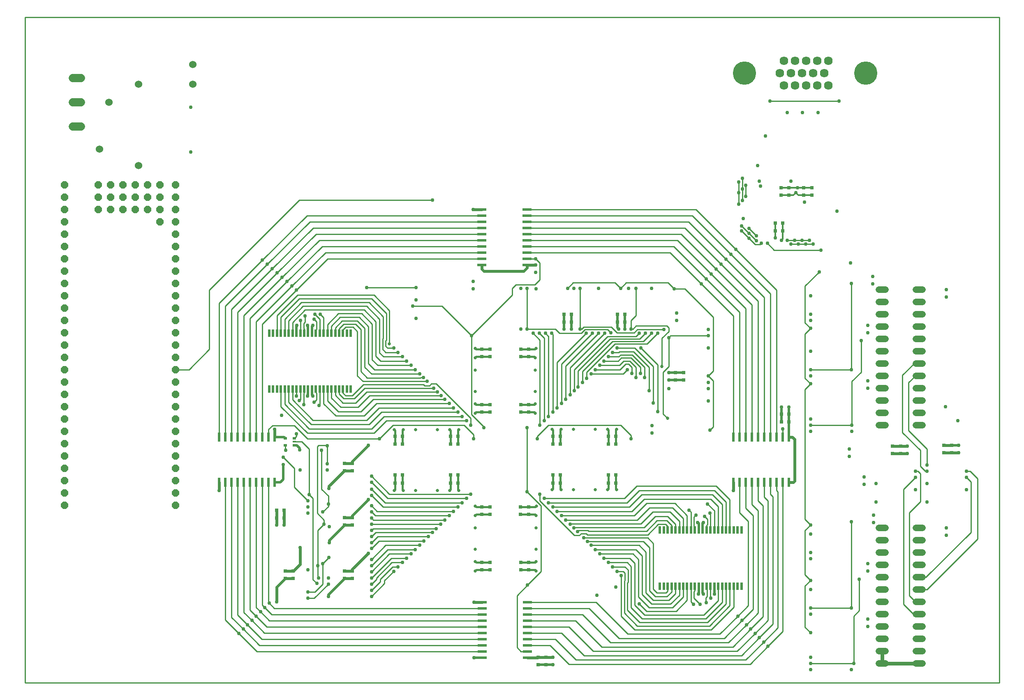
<source format=gbr>
G04 EAGLE Gerber RS-274X export*
G75*
%MOMM*%
%FSLAX34Y34*%
%LPD*%
%INBottom Copper*%
%IPPOS*%
%AMOC8*
5,1,8,0,0,1.08239X$1,22.5*%
G01*
%ADD10C,4.800600*%
%ADD11C,1.790700*%
%ADD12R,0.558800X1.981200*%
%ADD13R,1.981200X0.558800*%
%ADD14R,0.500000X1.500000*%
%ADD15R,0.800000X0.800000*%
%ADD16C,1.320800*%
%ADD17P,1.632244X8X112.500000*%
%ADD18P,1.632244X8X202.500000*%
%ADD19R,0.700000X0.600000*%
%ADD20R,0.700000X0.400000*%
%ADD21C,1.700000*%
%ADD22C,0.635000*%
%ADD23C,0.762000*%
%ADD24C,0.558800*%
%ADD25C,0.508000*%
%ADD26C,0.406400*%
%ADD27C,0.609600*%
%ADD28C,1.524000*%
%ADD29C,0.762000*%
%ADD30C,0.254000*%
%ADD31C,0.654800*%
%ADD32C,0.685800*%
%ADD33C,0.304800*%
%ADD34C,0.254000*%


D10*
X1731569Y1256030D03*
X1481531Y1256030D03*
D11*
X1654479Y1230620D03*
X1631568Y1230620D03*
X1608658Y1230620D03*
X1585747Y1230620D03*
X1562836Y1230620D03*
X1646021Y1256030D03*
X1623110Y1256030D03*
X1600200Y1256030D03*
X1577289Y1256030D03*
X1554378Y1256030D03*
X1654479Y1281441D03*
X1631568Y1281441D03*
X1608658Y1281441D03*
X1585747Y1281441D03*
X1562836Y1281441D03*
D12*
X514350Y413004D03*
X501650Y413004D03*
X488950Y413004D03*
X476250Y413004D03*
X463550Y413004D03*
X450850Y413004D03*
X438150Y413004D03*
X425450Y413004D03*
X412750Y413004D03*
X400050Y413004D03*
X400050Y506476D03*
X412750Y506476D03*
X425450Y506476D03*
X438150Y506476D03*
X450850Y506476D03*
X463550Y506476D03*
X476250Y506476D03*
X488950Y506476D03*
X501650Y506476D03*
X514350Y506476D03*
D13*
X941578Y51562D03*
X941578Y64262D03*
X941578Y76962D03*
X941578Y89662D03*
X941578Y102362D03*
X941578Y115062D03*
X941578Y127762D03*
X941578Y140462D03*
X941578Y153162D03*
X941578Y165862D03*
X1035050Y165862D03*
X1035050Y153162D03*
X1035050Y140462D03*
X1035050Y127762D03*
X1035050Y115062D03*
X1035050Y102362D03*
X1035050Y89662D03*
X1035050Y76962D03*
X1035050Y64262D03*
X1035050Y51562D03*
X940562Y861314D03*
X940562Y874014D03*
X940562Y886714D03*
X940562Y899414D03*
X940562Y912114D03*
X940562Y924814D03*
X940562Y937514D03*
X940562Y950214D03*
X940562Y962914D03*
X940562Y975614D03*
X1034034Y975614D03*
X1034034Y962914D03*
X1034034Y950214D03*
X1034034Y937514D03*
X1034034Y924814D03*
X1034034Y912114D03*
X1034034Y899414D03*
X1034034Y886714D03*
X1034034Y874014D03*
X1034034Y861314D03*
D12*
X1573530Y413004D03*
X1560830Y413004D03*
X1548130Y413004D03*
X1535430Y413004D03*
X1522730Y413004D03*
X1510030Y413004D03*
X1497330Y413004D03*
X1484630Y413004D03*
X1471930Y413004D03*
X1459230Y413004D03*
X1459230Y506476D03*
X1471930Y506476D03*
X1484630Y506476D03*
X1497330Y506476D03*
X1510030Y506476D03*
X1522730Y506476D03*
X1535430Y506476D03*
X1548130Y506476D03*
X1560830Y506476D03*
X1573530Y506476D03*
D14*
X502994Y720458D03*
X510994Y720458D03*
X518994Y720458D03*
X526994Y720458D03*
X534994Y720458D03*
X542994Y720458D03*
X550994Y720458D03*
X558994Y720458D03*
X566994Y720458D03*
X574994Y720458D03*
X582994Y720458D03*
X590994Y720458D03*
X598994Y720458D03*
X606994Y720458D03*
X614994Y720458D03*
X622994Y720458D03*
X630994Y720458D03*
X638994Y720458D03*
X646994Y720458D03*
X654994Y720458D03*
X662994Y720458D03*
X670994Y720458D03*
X670994Y604914D03*
X662994Y604914D03*
X654994Y604914D03*
X646994Y604914D03*
X638994Y604914D03*
X630994Y604914D03*
X622994Y604914D03*
X614994Y604914D03*
X606994Y604914D03*
X598994Y604914D03*
X590994Y604914D03*
X582994Y604914D03*
X574994Y604914D03*
X566994Y604914D03*
X558994Y604914D03*
X550994Y604914D03*
X542994Y604914D03*
X534994Y604914D03*
X526994Y604914D03*
X518994Y604914D03*
X510994Y604914D03*
X502994Y604914D03*
X1475666Y199022D03*
X1467666Y199022D03*
X1459666Y199022D03*
X1451666Y199022D03*
X1443666Y199022D03*
X1435666Y199022D03*
X1427666Y199022D03*
X1419666Y199022D03*
X1411666Y199022D03*
X1403666Y199022D03*
X1395666Y199022D03*
X1387666Y199022D03*
X1379666Y199022D03*
X1371666Y199022D03*
X1363666Y199022D03*
X1355666Y199022D03*
X1347666Y199022D03*
X1339666Y199022D03*
X1331666Y199022D03*
X1323666Y199022D03*
X1315666Y199022D03*
X1307666Y199022D03*
X1307666Y314566D03*
X1315666Y314566D03*
X1323666Y314566D03*
X1331666Y314566D03*
X1339666Y314566D03*
X1347666Y314566D03*
X1355666Y314566D03*
X1363666Y314566D03*
X1371666Y314566D03*
X1379666Y314566D03*
X1387666Y314566D03*
X1395666Y314566D03*
X1403666Y314566D03*
X1411666Y314566D03*
X1419666Y314566D03*
X1427666Y314566D03*
X1435666Y314566D03*
X1443666Y314566D03*
X1451666Y314566D03*
X1459666Y314566D03*
X1467666Y314566D03*
X1475666Y314566D03*
D15*
X762000Y508000D03*
X777240Y508000D03*
X762000Y491490D03*
X777240Y491490D03*
X891540Y508000D03*
X876300Y508000D03*
X891540Y491490D03*
X876300Y491490D03*
X762000Y411480D03*
X777240Y411480D03*
X762000Y427990D03*
X777240Y427990D03*
X891540Y411480D03*
X876300Y411480D03*
X891540Y427990D03*
X876300Y427990D03*
X1037590Y687070D03*
X1037590Y671830D03*
X1021080Y687070D03*
X1021080Y671830D03*
X941070Y557530D03*
X941070Y572770D03*
X957580Y557530D03*
X957580Y572770D03*
X941070Y687070D03*
X941070Y671830D03*
X957580Y687070D03*
X957580Y671830D03*
X1037590Y557530D03*
X1037590Y572770D03*
X1021080Y557530D03*
X1021080Y572770D03*
X1037082Y361950D03*
X1037082Y346710D03*
X1020572Y361950D03*
X1020572Y346710D03*
X1037590Y232410D03*
X1037590Y247650D03*
X1021080Y232410D03*
X1021080Y247650D03*
X941070Y361950D03*
X941070Y346710D03*
X957580Y361950D03*
X957580Y346710D03*
X941070Y232410D03*
X941070Y247650D03*
X957580Y232410D03*
X957580Y247650D03*
X1087120Y508000D03*
X1102360Y508000D03*
X1087120Y491490D03*
X1102360Y491490D03*
X1216660Y508000D03*
X1201420Y508000D03*
X1216660Y491490D03*
X1201420Y491490D03*
X1087120Y427990D03*
X1102360Y427990D03*
X1087120Y411480D03*
X1102360Y411480D03*
X1216660Y411480D03*
X1201420Y411480D03*
X1216660Y427990D03*
X1201420Y427990D03*
X552450Y214630D03*
X552450Y229870D03*
X535940Y214630D03*
X535940Y229870D03*
X657860Y229870D03*
X657860Y214630D03*
X674370Y229870D03*
X674370Y214630D03*
X657860Y340360D03*
X657860Y325120D03*
X674370Y340360D03*
X674370Y325120D03*
X657860Y452120D03*
X657860Y436880D03*
X674370Y452120D03*
X674370Y436880D03*
X1056640Y36830D03*
X1056640Y52070D03*
X1073150Y36830D03*
X1073150Y52070D03*
X1558290Y537210D03*
X1573530Y537210D03*
X1558290Y553720D03*
X1573530Y553720D03*
X1339850Y623570D03*
X1339850Y638810D03*
X1356360Y623570D03*
X1356360Y638810D03*
X1235710Y742950D03*
X1220470Y742950D03*
X1235710Y759460D03*
X1220470Y759460D03*
X1125220Y742950D03*
X1109980Y742950D03*
X1125220Y759460D03*
X1109980Y759460D03*
D16*
X1758696Y318770D02*
X1771904Y318770D01*
X1771904Y293370D02*
X1758696Y293370D01*
X1758696Y267970D02*
X1771904Y267970D01*
X1771904Y242570D02*
X1758696Y242570D01*
X1758696Y217170D02*
X1771904Y217170D01*
X1771904Y191770D02*
X1758696Y191770D01*
X1758696Y166370D02*
X1771904Y166370D01*
X1771904Y140970D02*
X1758696Y140970D01*
X1758696Y115570D02*
X1771904Y115570D01*
X1771904Y90170D02*
X1758696Y90170D01*
X1758696Y64770D02*
X1771904Y64770D01*
X1771904Y39370D02*
X1758696Y39370D01*
X1834896Y39370D02*
X1848104Y39370D01*
X1848104Y64770D02*
X1834896Y64770D01*
X1834896Y90170D02*
X1848104Y90170D01*
X1848104Y115570D02*
X1834896Y115570D01*
X1834896Y140970D02*
X1848104Y140970D01*
X1848104Y166370D02*
X1834896Y166370D01*
X1834896Y191770D02*
X1848104Y191770D01*
X1848104Y217170D02*
X1834896Y217170D01*
X1834896Y242570D02*
X1848104Y242570D01*
X1848104Y267970D02*
X1834896Y267970D01*
X1834896Y293370D02*
X1848104Y293370D01*
X1848104Y318770D02*
X1834896Y318770D01*
X1771904Y810260D02*
X1758696Y810260D01*
X1758696Y784860D02*
X1771904Y784860D01*
X1771904Y759460D02*
X1758696Y759460D01*
X1758696Y734060D02*
X1771904Y734060D01*
X1771904Y708660D02*
X1758696Y708660D01*
X1758696Y683260D02*
X1771904Y683260D01*
X1771904Y657860D02*
X1758696Y657860D01*
X1758696Y632460D02*
X1771904Y632460D01*
X1771904Y607060D02*
X1758696Y607060D01*
X1758696Y581660D02*
X1771904Y581660D01*
X1771904Y556260D02*
X1758696Y556260D01*
X1758696Y530860D02*
X1771904Y530860D01*
X1834896Y530860D02*
X1848104Y530860D01*
X1848104Y556260D02*
X1834896Y556260D01*
X1834896Y581660D02*
X1848104Y581660D01*
X1848104Y607060D02*
X1834896Y607060D01*
X1834896Y632460D02*
X1848104Y632460D01*
X1848104Y657860D02*
X1834896Y657860D01*
X1834896Y683260D02*
X1848104Y683260D01*
X1848104Y708660D02*
X1834896Y708660D01*
X1834896Y734060D02*
X1848104Y734060D01*
X1848104Y759460D02*
X1834896Y759460D01*
X1834896Y784860D02*
X1848104Y784860D01*
X1848104Y810260D02*
X1834896Y810260D01*
D15*
X1560830Y930910D03*
X1545590Y930910D03*
X1560830Y947420D03*
X1545590Y947420D03*
X1604010Y1019810D03*
X1604010Y1004570D03*
X1620520Y1019810D03*
X1620520Y1004570D03*
X1557020Y1019810D03*
X1557020Y1004570D03*
X1573530Y1019810D03*
X1573530Y1004570D03*
X1803400Y487680D03*
X1803400Y472440D03*
X1786890Y487680D03*
X1786890Y472440D03*
X1908810Y488950D03*
X1908810Y473710D03*
X1892300Y488950D03*
X1892300Y473710D03*
D17*
X309880Y365760D03*
X309880Y391160D03*
X309880Y416560D03*
X309880Y441960D03*
D18*
X309880Y467360D03*
D17*
X309880Y492760D03*
X309880Y518160D03*
X309880Y543560D03*
X309880Y568960D03*
X309880Y594360D03*
X309880Y619760D03*
X309880Y645160D03*
X309880Y670560D03*
X309880Y695960D03*
X309880Y721360D03*
X309880Y746760D03*
X309880Y772160D03*
X309880Y797560D03*
X309880Y822960D03*
X309880Y848360D03*
X309880Y873760D03*
X309880Y899160D03*
X309880Y924560D03*
X309880Y949960D03*
D18*
X309880Y975360D03*
D17*
X309880Y1000760D03*
X309880Y1026160D03*
X81280Y365760D03*
X81280Y391160D03*
X81280Y416560D03*
X81280Y441960D03*
D18*
X81280Y467360D03*
D17*
X81280Y492760D03*
X81280Y518160D03*
X81280Y543560D03*
X81280Y568960D03*
X81280Y594360D03*
X81280Y619760D03*
X81280Y645160D03*
X81280Y670560D03*
X81280Y695960D03*
X81280Y721360D03*
X81280Y746760D03*
X81280Y772160D03*
X81280Y797560D03*
X81280Y822960D03*
X81280Y848360D03*
X81280Y873760D03*
X81280Y899160D03*
X81280Y924560D03*
X81280Y949960D03*
D18*
X81280Y975360D03*
D17*
X81280Y1000760D03*
X81280Y1026160D03*
X278130Y949960D03*
X278130Y975360D03*
X278130Y1000760D03*
X278130Y1026160D03*
X252730Y975360D03*
X252730Y1000760D03*
X252730Y1026160D03*
X227330Y975360D03*
X227330Y1000760D03*
X227330Y1026160D03*
X201930Y975360D03*
X201930Y1000760D03*
X201930Y1026160D03*
X176530Y975360D03*
X176530Y1000760D03*
X176530Y1026160D03*
X151130Y975360D03*
X151130Y1000760D03*
X151130Y1026160D03*
D19*
X554830Y504070D03*
D20*
X554830Y496570D03*
D19*
X554830Y489070D03*
X536330Y489070D03*
X536330Y504070D03*
D15*
X533400Y339090D03*
X518160Y339090D03*
X533400Y355600D03*
X518160Y355600D03*
D21*
X115180Y1146340D02*
X98180Y1146340D01*
X98180Y1196340D02*
X115180Y1196340D01*
X115180Y1246340D02*
X98180Y1246340D01*
D22*
X893318Y396518D03*
X849122Y396264D03*
X1085342Y522200D03*
X1129538Y522200D03*
X1174242Y522200D03*
X1218438Y522200D03*
D23*
X706985Y266700D03*
X626261Y321310D03*
X706985Y377190D03*
X706985Y488950D03*
D22*
X927632Y230632D03*
X927632Y274828D03*
X927632Y319532D03*
X927632Y363728D03*
X760222Y396240D03*
X804418Y396240D03*
X1052806Y319532D03*
X1218438Y398042D03*
X1174242Y398042D03*
X1129538Y398042D03*
X1085342Y398042D03*
X1052830Y230632D03*
X1052830Y274828D03*
X927378Y555752D03*
X927124Y599948D03*
X760222Y521438D03*
X804418Y521438D03*
X849122Y521438D03*
X893318Y521438D03*
X927100Y688848D03*
X927100Y644652D03*
X1051028Y644652D03*
X1051028Y599948D03*
X1051028Y555752D03*
D23*
X1407160Y618490D03*
X1243330Y812800D03*
X1130300Y812800D03*
X1021080Y812800D03*
X1407160Y727710D03*
X1290320Y812800D03*
X1181100Y812800D03*
D24*
X941578Y165862D02*
X924560Y165862D01*
D23*
X924560Y165862D03*
X624840Y215900D03*
X582930Y232410D03*
X518160Y166370D03*
X622300Y438150D03*
D24*
X400050Y413004D02*
X400050Y396240D01*
D23*
X400050Y396240D03*
X1177798Y180594D03*
D25*
X582994Y591884D02*
X582994Y604914D01*
X582994Y591884D02*
X581660Y590550D01*
D23*
X581660Y590550D03*
D25*
X558994Y720458D02*
X558994Y735524D01*
X560070Y736600D01*
D23*
X560070Y736600D03*
D25*
X590994Y734504D02*
X590994Y720458D01*
X590994Y734504D02*
X593090Y736600D01*
D23*
X593090Y736600D03*
D24*
X1459230Y413004D02*
X1459230Y396240D01*
D23*
X1459230Y396240D03*
D24*
X940562Y975614D02*
X923290Y975614D01*
D23*
X923290Y975614D03*
D25*
X1395666Y328866D02*
X1395666Y314566D01*
X1395666Y328866D02*
X1397000Y330200D01*
X1387666Y199022D02*
X1387666Y183706D01*
X1386840Y182880D01*
D23*
X1386840Y182880D03*
X1397000Y330200D03*
D25*
X1419666Y199022D02*
X1419666Y183074D01*
X1419860Y182880D01*
D23*
X1419860Y182880D03*
D22*
X1052322Y689102D03*
D26*
X762000Y427990D02*
X762000Y411480D01*
X762000Y398018D01*
X760222Y396240D01*
X762000Y508000D02*
X762000Y519660D01*
X760222Y521438D01*
X762000Y508000D02*
X762000Y491490D01*
X891540Y508000D02*
X891540Y519660D01*
X893318Y521438D01*
X891540Y508000D02*
X891540Y491490D01*
X891540Y427990D02*
X891540Y411480D01*
X891540Y398296D01*
X893318Y396518D01*
D23*
X1617980Y26670D03*
X1617980Y52070D03*
X1617980Y140970D03*
X1617980Y191770D03*
X1617980Y255270D03*
X1617980Y306070D03*
X1617980Y518160D03*
X1617980Y746760D03*
X1617980Y797560D03*
X1697990Y481330D03*
X1728470Y408940D03*
X1858010Y372110D03*
X1752600Y372110D03*
X582930Y361950D03*
X565404Y479806D03*
X805180Y750570D03*
X1617980Y543560D03*
X1052830Y811530D03*
D26*
X1037590Y687070D02*
X1021080Y687070D01*
X1037590Y687070D02*
X1050290Y687070D01*
X1052322Y689102D01*
X957580Y687070D02*
X941070Y687070D01*
X928878Y687070D01*
X927100Y688848D01*
X941070Y557530D02*
X957580Y557530D01*
X941070Y557530D02*
X929156Y557530D01*
X927378Y555752D01*
X1021080Y557530D02*
X1037590Y557530D01*
X1049250Y557530D01*
X1051028Y555752D01*
D22*
X1053338Y364236D03*
D26*
X1037082Y361950D02*
X1020572Y361950D01*
X1051052Y361950D02*
X1053338Y364236D01*
X1037590Y232410D02*
X1021080Y232410D01*
X1037590Y232410D02*
X1051052Y232410D01*
X1052830Y230632D01*
X957580Y361950D02*
X941070Y361950D01*
X929410Y361950D01*
X927632Y363728D01*
X941070Y232410D02*
X957580Y232410D01*
X941070Y232410D02*
X929410Y232410D01*
X927632Y230632D01*
X1087120Y491490D02*
X1087120Y508000D01*
X1087120Y520422D01*
X1085342Y522200D01*
X1216660Y508000D02*
X1216660Y491490D01*
X1216660Y508000D02*
X1216660Y520422D01*
X1218438Y522200D01*
X1087120Y427990D02*
X1087120Y411480D01*
X1087120Y399820D01*
X1085342Y398042D01*
X1216660Y399820D02*
X1216660Y411480D01*
X1216660Y399820D02*
X1218438Y398042D01*
D23*
X528320Y551180D03*
X566166Y438658D03*
D27*
X552450Y214630D02*
X535940Y214630D01*
X518160Y196850D01*
X518160Y166370D01*
X674370Y234085D02*
X706985Y266700D01*
X674370Y344575D02*
X706985Y377190D01*
X674370Y344575D02*
X674370Y340360D01*
X657860Y340360D01*
X674370Y456335D02*
X706985Y488950D01*
X674370Y456335D02*
X674370Y452120D01*
X657860Y452120D01*
X657860Y229870D02*
X674370Y229870D01*
X674370Y234085D01*
D26*
X1216660Y411480D02*
X1216660Y427990D01*
D23*
X1617980Y683260D03*
X1291590Y514350D03*
D25*
X1339850Y623570D02*
X1356360Y623570D01*
X1235710Y742950D02*
X1235710Y759460D01*
X1125220Y759460D02*
X1125220Y742950D01*
D23*
X1617980Y632460D03*
X1672590Y971550D03*
D25*
X1558290Y553720D02*
X1558290Y537210D01*
D23*
X1558290Y567690D03*
X1700530Y864870D03*
D27*
X1786890Y487680D02*
X1803400Y487680D01*
X1892300Y488950D02*
X1908810Y488950D01*
D23*
X1922780Y488950D03*
X923290Y811530D03*
X1897380Y303530D03*
X1897380Y795020D03*
X1407160Y580390D03*
X1736090Y736600D03*
X1746250Y821690D03*
X1736090Y622300D03*
X1087120Y36830D03*
X1817370Y487680D03*
D27*
X1786890Y487680D01*
D23*
X1747520Y330200D03*
X1736090Y245110D03*
X1736090Y130810D03*
D28*
X233680Y1065530D03*
X153440Y1099820D03*
D25*
X1558290Y567690D02*
X1558290Y553720D01*
X1908810Y488950D02*
X1922780Y488950D01*
X1073150Y36830D02*
X1056640Y36830D01*
X1073150Y36830D02*
X1087120Y36830D01*
D26*
X1051052Y361950D02*
X1037082Y361950D01*
D27*
X533400Y355600D02*
X533400Y339090D01*
X533400Y325120D01*
D23*
X533400Y325120D03*
X1051560Y845820D03*
X1407160Y689610D03*
D29*
X1765300Y64770D02*
X1765300Y39370D01*
X1841500Y39370D01*
D25*
X1339850Y623570D02*
X1325880Y623570D01*
D23*
X1325880Y623570D03*
D25*
X1235710Y728980D02*
X1235710Y742950D01*
D23*
X1235710Y728980D03*
D25*
X1125220Y728980D02*
X1125220Y742950D01*
D23*
X1125220Y728980D03*
X1342390Y762000D03*
X341630Y1093470D03*
D25*
X554830Y489070D02*
X559950Y489070D01*
X565404Y483616D02*
X565404Y479806D01*
X565404Y483616D02*
X559950Y489070D01*
D23*
X1921510Y539750D03*
D30*
X518994Y720458D02*
X518994Y756484D01*
X750570Y767080D02*
X750570Y698500D01*
D31*
X750570Y698500D03*
D30*
X561340Y798830D02*
X518994Y756484D01*
X561340Y798830D02*
X718820Y798830D01*
X750570Y767080D01*
D23*
X759357Y689713D03*
D30*
X746657Y689713D01*
X742950Y693420D01*
X742950Y704850D02*
X744220Y706120D01*
X742950Y704850D02*
X742950Y693420D01*
X744220Y706120D02*
X744220Y760730D01*
X526994Y753054D02*
X526994Y720458D01*
X713740Y791210D02*
X744220Y760730D01*
X713740Y791210D02*
X565150Y791210D01*
X526994Y753054D01*
D23*
X768350Y680720D03*
D30*
X742950Y680720D01*
X736600Y687070D01*
X736600Y708660D01*
X737870Y709930D01*
X534994Y720458D02*
X534994Y749624D01*
X737870Y754380D02*
X737870Y709930D01*
X568960Y783590D02*
X534994Y749624D01*
X568960Y783590D02*
X708660Y783590D01*
X737870Y754380D01*
D23*
X777240Y671830D03*
D30*
X542994Y720458D02*
X542994Y746194D01*
X738378Y671830D02*
X777240Y671830D01*
X738378Y671830D02*
X730250Y679958D01*
X730250Y749300D01*
X703580Y775970D01*
X572770Y775970D01*
X542994Y746194D01*
D23*
X786130Y662940D03*
D30*
X732790Y662940D01*
X722630Y673100D01*
X722630Y744220D01*
X550994Y742764D02*
X550994Y720458D01*
X698500Y768350D02*
X722630Y744220D01*
X698500Y768350D02*
X576580Y768350D01*
X550994Y742764D01*
D23*
X795020Y654050D03*
D30*
X622994Y720458D02*
X622994Y738564D01*
X715010Y665480D02*
X726440Y654050D01*
X795020Y654050D01*
X645160Y760730D02*
X622994Y738564D01*
X645160Y760730D02*
X693420Y760730D01*
X715010Y739140D01*
X715010Y665480D01*
D23*
X803910Y645160D03*
D30*
X720090Y645160D01*
X707390Y657860D01*
X707390Y734060D01*
X688340Y753110D01*
X630994Y735134D02*
X630994Y720458D01*
X648970Y753110D02*
X688340Y753110D01*
X648970Y753110D02*
X630994Y735134D01*
D23*
X812800Y636270D03*
D30*
X638994Y720458D02*
X638994Y731704D01*
X652780Y745490D01*
X684530Y745490D01*
X699770Y730250D01*
X699770Y650240D01*
X713740Y636270D01*
X812800Y636270D01*
X812800Y636270D01*
D23*
X820420Y628650D03*
D30*
X646994Y720458D02*
X646994Y729544D01*
X814213Y628523D02*
X814340Y628650D01*
X820420Y628650D01*
X704977Y628523D02*
X692150Y641350D01*
X704977Y628523D02*
X814213Y628523D01*
X656590Y739140D02*
X646994Y729544D01*
X656590Y739140D02*
X680720Y739140D01*
X692150Y727710D01*
X692150Y641350D01*
D23*
X828040Y621030D03*
D30*
X695960Y621030D02*
X684530Y632460D01*
X684530Y723900D01*
X675640Y732790D01*
X660400Y732790D01*
X695960Y621030D02*
X828040Y621030D01*
X654994Y720458D02*
X654994Y727384D01*
X660400Y732790D01*
D23*
X842010Y607060D03*
D30*
X699770Y607060D01*
X646994Y604914D02*
X646994Y595066D01*
X678180Y585470D02*
X699770Y607060D01*
X678180Y585470D02*
X656590Y585470D01*
X646994Y595066D01*
D23*
X849630Y599440D03*
D30*
X703580Y599440D01*
X680720Y576580D01*
X654858Y576580D01*
X638994Y592444D01*
X638994Y592444D01*
X638994Y604914D01*
D23*
X857250Y591820D03*
D30*
X709930Y591820D01*
X685800Y567690D01*
X650240Y567690D01*
X630994Y586936D02*
X630994Y604914D01*
X630994Y586936D02*
X650240Y567690D01*
D23*
X864870Y584200D03*
D30*
X717550Y584200D01*
X692150Y558800D01*
X645160Y558800D01*
X622994Y580966D02*
X622994Y604914D01*
X622994Y580966D02*
X645160Y558800D01*
D23*
X873760Y575310D03*
D30*
X723900Y575310D01*
X698500Y549910D01*
X640080Y549910D01*
X614994Y574996D02*
X614994Y604914D01*
X614994Y574996D02*
X640080Y549910D01*
D23*
X882650Y566420D03*
D30*
X728980Y566420D01*
X703580Y541020D01*
X593090Y541020D01*
X550994Y583116D02*
X550994Y604914D01*
X550994Y583116D02*
X593090Y541020D01*
D23*
X891540Y557530D03*
D30*
X734060Y557530D01*
X708660Y532130D01*
X589280Y532130D01*
X542994Y578416D02*
X542994Y604914D01*
X542994Y578416D02*
X589280Y532130D01*
D23*
X900339Y548731D03*
D30*
X534994Y573716D02*
X534994Y604914D01*
X534994Y573716D02*
X585470Y523240D01*
X739231Y548731D02*
X900339Y548731D01*
X739231Y548731D02*
X713740Y523240D01*
X585470Y523240D01*
D23*
X909320Y539750D03*
D30*
X744220Y539750D01*
X718820Y514350D01*
X581660Y514350D01*
X526994Y569016D02*
X526994Y604914D01*
X526994Y569016D02*
X581660Y514350D01*
D23*
X1228090Y220980D03*
D30*
X1459666Y199022D02*
X1459666Y155376D01*
X1413510Y109220D01*
X1256030Y109220D01*
X1228090Y137160D01*
X1228090Y220980D01*
X1228090Y220980D01*
D23*
X1219303Y229767D03*
D30*
X1232003Y229767D01*
X1235710Y226060D01*
X1235710Y210820D02*
X1234440Y209550D01*
X1235710Y210820D02*
X1235710Y226060D01*
X1234440Y209550D02*
X1234440Y143510D01*
X1451666Y158806D02*
X1451666Y199022D01*
X1261110Y116840D02*
X1234440Y143510D01*
X1261110Y116840D02*
X1409700Y116840D01*
X1451666Y158806D01*
D23*
X1210310Y238760D03*
D30*
X1235710Y238760D01*
X1242060Y232410D01*
X1242060Y207010D01*
X1240790Y205740D01*
X1443666Y199022D02*
X1443666Y162236D01*
X1240790Y149860D02*
X1240790Y205740D01*
X1405890Y124460D02*
X1443666Y162236D01*
X1405890Y124460D02*
X1266190Y124460D01*
X1240790Y149860D01*
D23*
X1201420Y247650D03*
D30*
X1240282Y247650D01*
X1248410Y239522D01*
X1248410Y154940D01*
X1271270Y132080D01*
X1402080Y132080D01*
X1435666Y165666D01*
X1435666Y199022D01*
X1435666Y199022D01*
D23*
X1192530Y256540D03*
D30*
X1245870Y256540D01*
X1256030Y246380D01*
X1256030Y160020D01*
X1427666Y169096D02*
X1427666Y199022D01*
X1276350Y139700D02*
X1256030Y160020D01*
X1276350Y139700D02*
X1398270Y139700D01*
X1427666Y169096D01*
D23*
X1183640Y265430D03*
D30*
X1355666Y199022D02*
X1355666Y177106D01*
X1263650Y254000D02*
X1252220Y265430D01*
X1183640Y265430D01*
X1333500Y154940D02*
X1355666Y177106D01*
X1333500Y154940D02*
X1285240Y154940D01*
X1263650Y176530D01*
X1263650Y254000D01*
D23*
X1174750Y274320D03*
D30*
X1258570Y274320D01*
X1271270Y261620D01*
X1271270Y181610D01*
X1290320Y162560D01*
X1347666Y180536D02*
X1347666Y199022D01*
X1329690Y162560D02*
X1290320Y162560D01*
X1329690Y162560D02*
X1347666Y180536D01*
D23*
X1165860Y283210D03*
D30*
X1339666Y199022D02*
X1339666Y183966D01*
X1325880Y170180D01*
X1294130Y170180D01*
X1278890Y185420D01*
X1278890Y269240D01*
X1264920Y283210D01*
X1165860Y283210D01*
X1165860Y283210D01*
D23*
X1158240Y290830D03*
D30*
X1331666Y199022D02*
X1331666Y187396D01*
X1273683Y290957D02*
X1158367Y290957D01*
X1158240Y290830D01*
X1273683Y290957D02*
X1286510Y278130D01*
X1331666Y187396D02*
X1322070Y177800D01*
X1297940Y177800D01*
X1286510Y189230D01*
X1286510Y278130D01*
D23*
X1150620Y298450D03*
D30*
X1282700Y298450D02*
X1294130Y287020D01*
X1294130Y193040D01*
X1301750Y185420D01*
X1320292Y185420D01*
X1323666Y188794D01*
X1323666Y199022D01*
X1282700Y298450D02*
X1150620Y298450D01*
D23*
X1137920Y311150D03*
D30*
X1331666Y314566D02*
X1331666Y324414D01*
X1301750Y334010D02*
X1280160Y312420D01*
X1301750Y334010D02*
X1322070Y334010D01*
X1331666Y324414D01*
X1280160Y312420D02*
X1160780Y312420D01*
X1159510Y313690D01*
X1140460Y313690D01*
X1137920Y311150D01*
D23*
X1130300Y318770D03*
D30*
X1275080Y320040D02*
X1297940Y342900D01*
X1323802Y342900D02*
X1339666Y327036D01*
X1297940Y342900D02*
X1297940Y342900D01*
X1275080Y320040D02*
X1131570Y320040D01*
X1130300Y318770D01*
X1297940Y342900D02*
X1297940Y342900D01*
X1323802Y342900D01*
X1339666Y327036D02*
X1339666Y327036D01*
X1339666Y314566D01*
D23*
X1122680Y326390D03*
D30*
X1268730Y327660D02*
X1292860Y351790D01*
X1328420Y351790D01*
X1347666Y332544D02*
X1347666Y314566D01*
X1347666Y332544D02*
X1328420Y351790D01*
X1268730Y327660D02*
X1123950Y327660D01*
X1122680Y326390D01*
D23*
X1113790Y335280D03*
D30*
X1261110Y335280D01*
X1286510Y360680D01*
X1333500Y360680D01*
X1355666Y338514D02*
X1355666Y314566D01*
X1355666Y338514D02*
X1333500Y360680D01*
D23*
X1104900Y344170D03*
D30*
X1254760Y344170D01*
X1280160Y369570D01*
X1338580Y369570D01*
X1363666Y344484D02*
X1363666Y314566D01*
X1363666Y344484D02*
X1338580Y369570D01*
D23*
X1096010Y353060D03*
D30*
X1249680Y353060D01*
X1275080Y378460D01*
X1412240Y378460D01*
X1427666Y363034D02*
X1427666Y314566D01*
X1427666Y363034D02*
X1412240Y378460D01*
D23*
X1087120Y361950D03*
D30*
X1244600Y361950D01*
X1270000Y387350D01*
X1416050Y387350D01*
X1435666Y367734D01*
X1435666Y314566D01*
D23*
X1078321Y370749D03*
D30*
X1419860Y396240D02*
X1443666Y372434D01*
X1239429Y370749D02*
X1078321Y370749D01*
X1239429Y370749D02*
X1264920Y396240D01*
X1443666Y372434D02*
X1443666Y314566D01*
X1419860Y396240D02*
X1264920Y396240D01*
X1419860Y396240D02*
X1419860Y396240D01*
D23*
X1069340Y379730D03*
D30*
X1234440Y379730D01*
X1259840Y405130D01*
X1423670Y405130D01*
X1451666Y377134D01*
X1451666Y314566D01*
X1451666Y314566D01*
X1493520Y38100D02*
X1119886Y38100D01*
X1081024Y76962D01*
X1560830Y105410D02*
X1560830Y413004D01*
X1560830Y105410D02*
X1530350Y74930D01*
X1493520Y38100D01*
D23*
X1530350Y74930D03*
D30*
X1411666Y174564D02*
X1411666Y199022D01*
X1411666Y174564D02*
X1412240Y173990D01*
D23*
X1412240Y173990D03*
D30*
X1081024Y76962D02*
X1035050Y76962D01*
X1134872Y46990D02*
X1484630Y46990D01*
X1134872Y46990D02*
X1092200Y89662D01*
X1548130Y396494D02*
X1550670Y393954D01*
X1548130Y396494D02*
X1548130Y413004D01*
X1550670Y393954D02*
X1550670Y113030D01*
X1521460Y83820D02*
X1484630Y46990D01*
X1521460Y83820D02*
X1550670Y113030D01*
D23*
X1521460Y83820D03*
D30*
X1403666Y193994D02*
X1403666Y199022D01*
X1403666Y193994D02*
X1404620Y193040D01*
X1402080Y166370D02*
X1403350Y165100D01*
D23*
X1403350Y165100D03*
D30*
X1402080Y175260D02*
X1404620Y177800D01*
X1402080Y175260D02*
X1402080Y166370D01*
X1092200Y89662D02*
X1035050Y89662D01*
X1404620Y177800D02*
X1404620Y193040D01*
X1404620Y177800D02*
X1404620Y177800D01*
X1475740Y55880D02*
X1151382Y55880D01*
X1104900Y102362D01*
X1475740Y55880D02*
X1512570Y92710D01*
D23*
X1512570Y92710D03*
D30*
X1540510Y383540D02*
X1535430Y388620D01*
X1535430Y413004D01*
X1379666Y199022D02*
X1379666Y189676D01*
X1377950Y187960D01*
X1377950Y173990D01*
D23*
X1390650Y161290D03*
D30*
X1377950Y173990D01*
X1104900Y102362D02*
X1035050Y102362D01*
X1540510Y120650D02*
X1540510Y383540D01*
X1540510Y383540D01*
X1540510Y120650D02*
X1512570Y92710D01*
X1530350Y374904D02*
X1522730Y382524D01*
X1522730Y413004D01*
X1530350Y374904D02*
X1530350Y128270D01*
X1466850Y64770D02*
X1170432Y64770D01*
X1120140Y115062D01*
X1466850Y64770D02*
X1503680Y101600D01*
D23*
X1503680Y101600D03*
D30*
X1530350Y128270D01*
X1371666Y166304D02*
X1371666Y199022D01*
X1371666Y166304D02*
X1376680Y161290D01*
D23*
X1376680Y161290D03*
D30*
X1120140Y115062D02*
X1035050Y115062D01*
X1134110Y127762D02*
X1188212Y73660D01*
X1510030Y374904D02*
X1520190Y364744D01*
X1510030Y374904D02*
X1510030Y413004D01*
X1520190Y364744D02*
X1520190Y135890D01*
X1494790Y110490D01*
D23*
X1367790Y355600D03*
X1494790Y110490D03*
D30*
X1134110Y127762D02*
X1035050Y127762D01*
X1188212Y73660D02*
X1457960Y73660D01*
X1371666Y351724D02*
X1367790Y355600D01*
X1371666Y351724D02*
X1371666Y314566D01*
X1494790Y110490D02*
X1457960Y73660D01*
X1494790Y110490D02*
X1494790Y110490D01*
X1205992Y82550D02*
X1150366Y138176D01*
X1205992Y82550D02*
X1449070Y82550D01*
X1485900Y119380D02*
X1510030Y143510D01*
X1485900Y119380D02*
X1449070Y82550D01*
X1510030Y354584D02*
X1497330Y367284D01*
X1497330Y413004D01*
X1510030Y354584D02*
X1510030Y143510D01*
X1379666Y314566D02*
X1379666Y319594D01*
X1377950Y321310D01*
X1377950Y341630D02*
X1381760Y345440D01*
D23*
X1381760Y345440D03*
X1485900Y119380D03*
D30*
X1377950Y321310D02*
X1377950Y341630D01*
X1148080Y140462D02*
X1035050Y140462D01*
X1148080Y140462D02*
X1150366Y138176D01*
X1162050Y153162D02*
X1223772Y91440D01*
X1440180Y91440D01*
X1477010Y128270D02*
X1499870Y151130D01*
X1477010Y128270D02*
X1440180Y91440D01*
X1499870Y344424D02*
X1484630Y359664D01*
X1484630Y413004D01*
X1499870Y344424D02*
X1499870Y151130D01*
D23*
X1399540Y342900D03*
X1477010Y128270D03*
D30*
X1162050Y153162D02*
X1035050Y153162D01*
X1403666Y314566D02*
X1403666Y324166D01*
X1405890Y336550D02*
X1399540Y342900D01*
X1405890Y326390D02*
X1403666Y324166D01*
X1405890Y326390D02*
X1405890Y336550D01*
X1176020Y165862D02*
X1241552Y100330D01*
X1431290Y100330D01*
X1468120Y137160D02*
X1489710Y158750D01*
X1468120Y137160D02*
X1431290Y100330D01*
X1471930Y350520D02*
X1471930Y413004D01*
X1471930Y350520D02*
X1489710Y332740D01*
X1489710Y158750D01*
X1411666Y348554D02*
X1410970Y349250D01*
D23*
X1410970Y349250D03*
X1468120Y137160D03*
D30*
X1411666Y314566D02*
X1411666Y348554D01*
X1176020Y165862D02*
X1035050Y165862D01*
X400050Y506476D02*
X400050Y782320D01*
X580644Y962914D02*
X940562Y962914D01*
X580644Y962914D02*
X488950Y871220D01*
X400050Y782320D01*
X566994Y729554D02*
X566994Y720458D01*
X566994Y729554D02*
X567690Y730250D01*
D23*
X567690Y746760D03*
D30*
X567690Y730250D01*
D23*
X488950Y871220D03*
D30*
X586994Y950214D02*
X940562Y950214D01*
X586994Y950214D02*
X499110Y862330D01*
X412750Y775970D02*
X412750Y506476D01*
X412750Y775970D02*
X499110Y862330D01*
X576580Y742950D02*
X574040Y740410D01*
X576580Y742950D02*
X576580Y755650D01*
D23*
X576580Y755650D03*
X499110Y862330D03*
D30*
X574040Y740410D02*
X574040Y730250D01*
X574994Y729296D01*
X574994Y729296D01*
X574994Y720458D01*
X593344Y937514D02*
X940562Y937514D01*
X425450Y769620D02*
X425450Y506476D01*
X425450Y769620D02*
X509270Y853440D01*
X593344Y937514D01*
X598994Y725994D02*
X598994Y720458D01*
X598994Y725994D02*
X600710Y727710D01*
X600710Y744220D02*
X595630Y749300D01*
D23*
X595630Y749300D03*
D30*
X600710Y744220D02*
X600710Y727710D01*
D23*
X509270Y853440D03*
D30*
X599694Y924814D02*
X940562Y924814D01*
X519430Y844550D02*
X438150Y763270D01*
X438150Y506476D01*
X519430Y844550D02*
X599694Y924814D01*
X606994Y749366D02*
X606994Y720458D01*
X606994Y749366D02*
X596900Y759460D01*
D23*
X596900Y759460D03*
X519430Y844550D03*
D30*
X529590Y835660D02*
X450850Y756920D01*
X450850Y506476D01*
X606044Y912114D02*
X940562Y912114D01*
X606044Y912114D02*
X529590Y835660D01*
X606994Y604914D02*
X606994Y572704D01*
X605790Y571500D01*
D23*
X605790Y571500D03*
X529590Y835660D03*
D30*
X612394Y899414D02*
X940562Y899414D01*
X539750Y826770D02*
X463550Y750570D01*
X463550Y506476D01*
X539750Y826770D02*
X612394Y899414D01*
X598994Y598794D02*
X600710Y597078D01*
X598994Y598794D02*
X598994Y604914D01*
X600710Y597078D02*
X600710Y582930D01*
X595630Y577850D01*
D23*
X595630Y577850D03*
X539750Y826770D03*
D30*
X549910Y817880D02*
X476250Y744220D01*
X476250Y506476D01*
X618744Y886714D02*
X940562Y886714D01*
X618744Y886714D02*
X549910Y817880D01*
X574994Y604914D02*
X574994Y597524D01*
X574040Y596570D01*
D23*
X574040Y572770D03*
X549910Y817880D03*
D30*
X574040Y596570D02*
X574040Y572770D01*
X574040Y572770D01*
X488950Y506476D02*
X488950Y739140D01*
X558800Y808990D01*
X623570Y873760D01*
X940308Y873760D01*
X940562Y874014D01*
X566994Y604914D02*
X566994Y583504D01*
X565150Y581660D01*
D23*
X565150Y581660D03*
X558800Y808990D03*
D30*
X509420Y529740D02*
X501650Y521970D01*
X501650Y506476D01*
D23*
X730250Y502920D03*
D30*
X581660Y502920D01*
D23*
X1248410Y502920D03*
D30*
X1248410Y509270D01*
X1226820Y530860D01*
X1078230Y530860D01*
X1055370Y508000D02*
X1055370Y502920D01*
D23*
X1055370Y502920D03*
D30*
X1055370Y508000D02*
X1078230Y530860D01*
X924052Y511048D02*
X924052Y502920D01*
D23*
X924052Y502920D03*
D30*
X924052Y511048D02*
X904240Y530860D01*
X1419666Y354524D02*
X1419666Y314566D01*
X1419666Y354524D02*
X1405890Y368300D01*
D23*
X1405890Y368300D03*
X1560830Y523240D03*
D30*
X1560830Y506476D01*
X904240Y530860D02*
X758190Y530860D01*
X904240Y530860D02*
X904240Y530860D01*
X758190Y530860D02*
X730250Y502920D01*
X581660Y502920D02*
X554840Y529740D01*
X509420Y529740D01*
D23*
X558673Y590550D03*
X1035050Y201168D03*
X1033780Y393700D03*
D30*
X1062990Y364490D01*
X1033780Y393700D01*
X1033780Y525780D01*
X1033780Y393700D01*
D23*
X1033780Y525780D03*
X944880Y525780D03*
D30*
X919480Y552450D02*
X919480Y715010D01*
X944880Y527050D02*
X944880Y525780D01*
X944880Y527050D02*
X919480Y552450D01*
X1050290Y820420D02*
X1060450Y830580D01*
X1060450Y864870D01*
X1051560Y873760D01*
X1062990Y229108D02*
X1035050Y201168D01*
X858520Y775970D02*
X798830Y775970D01*
D23*
X798830Y775970D03*
D30*
X1021588Y64262D02*
X1035050Y64262D01*
X1013460Y179578D02*
X1035050Y201168D01*
X1013460Y72390D02*
X1021588Y64262D01*
X1013460Y72390D02*
X1013460Y179578D01*
X1062990Y229108D02*
X1062990Y364490D01*
X1062990Y229108D02*
X1062990Y229108D01*
D23*
X919480Y715010D03*
D30*
X858520Y775970D01*
D23*
X558800Y513080D03*
X1051560Y873760D03*
D30*
X1034288Y873760D01*
X1034034Y874014D01*
X1003300Y812800D02*
X1003300Y798830D01*
X1003300Y812800D02*
X1010920Y820420D01*
X1050290Y820420D01*
X1003300Y798830D02*
X919480Y715010D01*
X558800Y508040D02*
X554830Y504070D01*
X558800Y508040D02*
X558800Y513080D01*
X558673Y590550D02*
X558994Y590871D01*
X558994Y604914D01*
D23*
X918210Y530860D03*
D30*
X654994Y597226D02*
X654994Y604914D01*
X654994Y597226D02*
X660400Y591820D01*
X674370Y591820D01*
X697230Y614680D01*
X820420Y614680D02*
X822960Y612140D01*
X833120Y612140D01*
X836930Y615950D01*
X847090Y615950D01*
X820420Y614680D02*
X697230Y614680D01*
X847090Y615950D02*
X918210Y544830D01*
X918210Y530860D01*
D23*
X1060450Y388620D03*
D30*
X1323666Y322254D02*
X1323666Y314566D01*
X1323666Y322254D02*
X1319530Y326390D01*
X1304290Y326390D01*
X1282700Y304800D01*
X1158240Y304800D02*
X1155700Y307340D01*
X1145540Y307340D01*
X1141730Y303530D01*
X1131570Y303530D01*
X1158240Y304800D02*
X1282700Y304800D01*
X1131570Y303530D02*
X1060450Y374650D01*
X1060450Y388620D01*
D23*
X1635506Y846836D03*
D30*
X1606550Y817880D01*
X1606550Y741680D02*
X1617980Y730250D01*
D23*
X1617980Y730250D03*
D30*
X1606550Y741680D02*
X1606550Y817880D01*
X1617980Y730250D02*
X1606550Y718820D01*
X1606550Y627380D02*
X1617980Y615950D01*
D23*
X1617980Y615950D03*
D30*
X1606550Y627380D02*
X1606550Y718820D01*
X1617980Y615950D02*
X1606550Y604520D01*
X1606550Y336550D02*
X1617980Y325120D01*
D23*
X1617980Y325120D03*
D30*
X1606550Y336550D02*
X1606550Y604520D01*
X1617980Y325120D02*
X1606550Y313690D01*
X1606550Y222250D02*
X1617980Y210820D01*
D23*
X1617980Y210820D03*
D30*
X1606550Y222250D02*
X1606550Y313690D01*
X1617980Y210820D02*
X1606550Y199390D01*
X1606550Y114300D02*
X1617980Y102870D01*
D23*
X1617980Y102870D03*
D30*
X1606550Y114300D02*
X1606550Y199390D01*
D23*
X1117600Y812800D03*
D30*
X1129030Y824230D01*
X1215390Y824230D02*
X1226820Y812800D01*
D23*
X1226820Y812800D03*
D30*
X1215390Y824230D02*
X1129030Y824230D01*
X1226820Y812800D02*
X1238250Y824230D01*
X1324610Y824230D02*
X1337310Y811530D01*
D23*
X1337310Y811530D03*
D30*
X1324610Y824230D02*
X1238250Y824230D01*
X1337310Y811530D02*
X1358900Y811530D01*
X1417320Y753110D01*
X1417320Y642620D01*
X1407160Y632460D01*
D23*
X1407160Y632460D03*
D30*
X1417320Y622300D01*
D23*
X1410970Y520700D03*
D30*
X1417320Y527050D02*
X1417320Y622300D01*
X1417320Y527050D02*
X1410970Y520700D01*
D22*
X1104138Y522200D03*
X1199642Y522200D03*
X874522Y396518D03*
D23*
X624991Y177800D03*
D22*
X927632Y249428D03*
X927632Y344932D03*
X779018Y396240D03*
X1052552Y344932D03*
X1199642Y398042D03*
X1104138Y398042D03*
X1052830Y249428D03*
X927378Y574548D03*
X779018Y521438D03*
X874522Y521438D03*
X927100Y670052D03*
X1051028Y670052D03*
X1051028Y574548D03*
D23*
X1325880Y605790D03*
X1325880Y638810D03*
X1407160Y605790D03*
X1021080Y728980D03*
X1109980Y728980D03*
X1223010Y728980D03*
X566420Y278130D03*
X626364Y288290D03*
X626110Y400050D03*
D24*
X514350Y506476D02*
X514350Y521970D01*
D23*
X514350Y521970D03*
D25*
X590994Y592646D02*
X590994Y604914D01*
X590994Y592646D02*
X593090Y590550D01*
D23*
X593090Y590550D03*
D25*
X582994Y720458D02*
X582994Y735266D01*
X581660Y736600D01*
D23*
X581660Y736600D03*
D24*
X1573530Y506476D02*
X1580134Y506476D01*
X1584960Y501650D01*
X1584960Y415290D01*
X1582674Y413004D02*
X1573530Y413004D01*
X1582674Y413004D02*
X1584960Y415290D01*
D23*
X1051560Y861060D03*
D24*
X940562Y861314D02*
X940562Y852678D01*
X944880Y848360D01*
D25*
X1387666Y328104D02*
X1387666Y314566D01*
X1395666Y199022D02*
X1395666Y184214D01*
X1397000Y182880D01*
D23*
X1397000Y182880D03*
D25*
X1387666Y328104D02*
X1385570Y330200D01*
D23*
X1385570Y330200D03*
D26*
X777240Y411480D02*
X777240Y427990D01*
X777240Y411480D02*
X777240Y398018D01*
X779018Y396240D01*
X777240Y508000D02*
X777240Y519660D01*
X779018Y521438D01*
X777240Y508000D02*
X777240Y491490D01*
X876300Y491490D02*
X876300Y508000D01*
X876300Y519660D01*
X874522Y521438D01*
X876300Y427990D02*
X876300Y411480D01*
X876300Y398296D01*
X874522Y396518D01*
D23*
X1701800Y26670D03*
X1617980Y267970D03*
X1617980Y759460D03*
X1728470Y424180D03*
X1817370Y472440D03*
X1833880Y397510D03*
X1922780Y473710D03*
X582930Y349250D03*
X518160Y325120D03*
X1752600Y410210D03*
X1858010Y410210D03*
D26*
X1037590Y671830D02*
X1021080Y671830D01*
X1037590Y671830D02*
X1049250Y671830D01*
X1051028Y670052D01*
X957580Y671830D02*
X941070Y671830D01*
X928878Y671830D01*
X927100Y670052D01*
X927378Y574548D02*
X929156Y572770D01*
X941070Y572770D02*
X957580Y572770D01*
X941070Y572770D02*
X929156Y572770D01*
X1021080Y572770D02*
X1037590Y572770D01*
X1049250Y572770D01*
X1051028Y574548D01*
X1037082Y346710D02*
X1020572Y346710D01*
X1050774Y346710D02*
X1052552Y344932D01*
X1037590Y247650D02*
X1021080Y247650D01*
X1037590Y247650D02*
X1051052Y247650D01*
X1052830Y249428D01*
X957580Y346710D02*
X941070Y346710D01*
X929410Y346710D01*
X927632Y344932D01*
X941070Y247650D02*
X957580Y247650D01*
X941070Y247650D02*
X929410Y247650D01*
X927632Y249428D01*
X1102360Y491490D02*
X1102360Y508000D01*
X1102360Y520422D01*
X1104138Y522200D01*
X1201420Y508000D02*
X1201420Y491490D01*
X1201420Y508000D02*
X1201420Y520422D01*
X1199642Y522200D01*
X1102360Y427990D02*
X1102360Y411480D01*
X1102360Y399820D01*
X1104138Y398042D01*
X1201420Y411480D02*
X1201420Y427990D01*
X1201420Y411480D02*
X1201420Y399820D01*
X1199642Y398042D01*
D25*
X941578Y51562D02*
X924814Y51562D01*
D23*
X924814Y51562D03*
D27*
X566420Y243840D02*
X566420Y278130D01*
X566420Y243840D02*
X552450Y229870D01*
X535940Y229870D01*
X624991Y181761D02*
X624991Y177800D01*
X657860Y325120D02*
X674370Y325120D01*
X657860Y325120D02*
X626364Y293624D01*
X626364Y288290D01*
X657860Y436880D02*
X674370Y436880D01*
X657860Y436880D02*
X626110Y405130D01*
X626110Y400050D01*
X657860Y214630D02*
X674370Y214630D01*
X657860Y214630D02*
X624991Y181761D01*
D23*
X805180Y788670D03*
X1291590Y529590D03*
D25*
X1325880Y638810D02*
X1339850Y638810D01*
X1356360Y638810D01*
X1220470Y742950D02*
X1220470Y759460D01*
X1220470Y742950D02*
X1220470Y731520D01*
X1223010Y728980D01*
X1109980Y742950D02*
X1109980Y759460D01*
X1109980Y742950D02*
X1109980Y728980D01*
X1573530Y553720D02*
X1573530Y537210D01*
D27*
X1786890Y472440D02*
X1803400Y472440D01*
X1892300Y473710D02*
X1908810Y473710D01*
D23*
X923290Y826770D03*
X1897380Y318770D03*
X1897380Y810260D03*
X1573530Y567690D03*
X1703070Y518160D03*
X1736090Y721360D03*
X1746250Y836930D03*
X1736090Y607060D03*
D24*
X1056132Y51562D02*
X1035050Y51562D01*
X1056132Y51562D02*
X1056640Y52070D01*
D23*
X1087120Y52070D03*
X1747520Y345440D03*
X1736090Y229870D03*
X1736090Y115570D03*
D28*
X233680Y1233170D03*
X172720Y1196340D03*
D27*
X1908810Y473710D02*
X1922780Y473710D01*
X1817370Y472440D02*
X1803400Y472440D01*
D25*
X1573530Y553720D02*
X1573530Y567690D01*
X1573530Y537210D02*
X1573530Y506476D01*
D26*
X1050774Y346710D02*
X1037082Y346710D01*
D24*
X1056640Y52070D02*
X1073150Y52070D01*
X1087120Y52070D01*
D23*
X1939290Y397510D03*
X1697990Y466090D03*
D27*
X518160Y339090D02*
X518160Y325120D01*
X518160Y339090D02*
X518160Y355600D01*
D24*
X1034034Y861314D02*
X1051306Y861314D01*
X1051560Y861060D01*
D23*
X1342390Y746760D03*
D24*
X1034034Y854964D02*
X1034034Y861314D01*
X1034034Y854964D02*
X1027430Y848360D01*
X944880Y848360D01*
D23*
X341122Y1186180D03*
X1216660Y196850D03*
D25*
X536330Y504070D02*
X533924Y506476D01*
X514350Y506476D01*
D23*
X532130Y449580D03*
D25*
X532130Y419100D01*
X526034Y413004D01*
X514350Y413004D01*
D23*
X1896110Y568960D03*
X600964Y204470D03*
X585470Y387350D03*
D30*
X585470Y481330D01*
X570230Y496570D01*
X585470Y387350D02*
X593090Y379730D01*
X593090Y212344D01*
X600964Y204470D01*
X570230Y496570D02*
X554830Y496570D01*
X478028Y64262D02*
X941578Y64262D01*
X440690Y101600D02*
X412750Y129540D01*
X440690Y101600D02*
X478028Y64262D01*
X412750Y129540D02*
X412750Y413004D01*
D23*
X440690Y101600D03*
D30*
X449580Y110490D02*
X483108Y76962D01*
D23*
X449580Y110490D03*
D30*
X425450Y134620D01*
X425450Y413004D01*
X483108Y76962D02*
X941578Y76962D01*
D23*
X458470Y119380D03*
D30*
X488188Y89662D02*
X941578Y89662D01*
X941578Y89662D01*
X438150Y139700D02*
X438150Y413004D01*
X458470Y119380D02*
X488188Y89662D01*
X458470Y119380D02*
X438150Y139700D01*
X493268Y102362D02*
X941578Y102362D01*
X467360Y128270D02*
X450850Y144780D01*
X450850Y413004D01*
X467360Y128270D02*
X493268Y102362D01*
D23*
X467360Y128270D03*
D30*
X498348Y115062D02*
X941578Y115062D01*
X476250Y137160D02*
X463550Y149860D01*
X476250Y137160D02*
X498348Y115062D01*
D23*
X476250Y137160D03*
D30*
X463550Y149860D02*
X463550Y413004D01*
X476250Y154940D02*
X485140Y146050D01*
X503428Y127762D01*
D23*
X485140Y146050D03*
D30*
X476250Y154940D02*
X476250Y413004D01*
X503428Y127762D02*
X941578Y127762D01*
X941578Y140462D02*
X508508Y140462D01*
X494030Y154940D02*
X488950Y160020D01*
X494030Y154940D02*
X508508Y140462D01*
X488950Y160020D02*
X488950Y413004D01*
D23*
X494030Y154940D03*
D30*
X502920Y163830D02*
X513588Y153162D01*
X502920Y163830D02*
X501650Y165100D01*
X501650Y413004D01*
D23*
X502920Y163830D03*
D30*
X513588Y153162D02*
X941578Y153162D01*
D23*
X713740Y177800D03*
D30*
X740410Y210820D02*
X759357Y229767D01*
X740410Y210820D02*
X740410Y204470D01*
X713740Y177800D01*
D23*
X759357Y229767D03*
X713740Y190500D03*
X768350Y238760D03*
D30*
X731520Y208280D02*
X713740Y190500D01*
X731520Y208280D02*
X731520Y213360D01*
X756920Y238760D01*
X768350Y238760D01*
D23*
X713740Y203200D03*
X777240Y247650D03*
D30*
X723900Y215900D02*
X723900Y213360D01*
X713740Y203200D01*
X755650Y247650D02*
X777240Y247650D01*
X755650Y247650D02*
X723900Y215900D01*
D23*
X713740Y215900D03*
D30*
X754380Y256540D01*
D23*
X786130Y256540D03*
D30*
X754380Y256540D01*
D23*
X713740Y228600D03*
D30*
X750570Y265430D01*
X795020Y265430D01*
D23*
X795020Y265430D03*
X713740Y241300D03*
D30*
X746760Y274320D01*
X803910Y274320D01*
D23*
X803910Y274320D03*
X713740Y254000D03*
D30*
X742950Y283210D01*
X812800Y283210D01*
D23*
X812800Y283210D03*
X713740Y276860D03*
D30*
X728980Y292100D01*
X821690Y292100D01*
D23*
X821690Y292100D03*
X713740Y288290D03*
D30*
X726440Y300990D01*
X830580Y300990D01*
D23*
X830580Y300990D03*
X713740Y300990D03*
D30*
X722630Y309880D01*
X839470Y309880D01*
D23*
X839470Y309880D03*
X713740Y313690D03*
D30*
X717550Y317500D01*
X847090Y317500D01*
D23*
X847090Y317500D03*
X713740Y326390D03*
D30*
X855980Y326390D01*
D23*
X855980Y326390D03*
X713740Y339090D03*
D30*
X717550Y335280D01*
X864870Y335280D01*
D23*
X864870Y335280D03*
X713740Y351790D03*
D30*
X721360Y344170D02*
X873760Y344170D01*
X721360Y344170D02*
X713740Y351790D01*
D23*
X873760Y344170D03*
X713740Y364490D03*
X882650Y353060D03*
D30*
X725170Y353060D01*
X713740Y364490D01*
D23*
X713740Y386080D03*
D30*
X737870Y361950D02*
X891540Y361950D01*
X737870Y361950D02*
X713740Y386080D01*
D23*
X891540Y361950D03*
X713740Y398780D03*
X900339Y370749D03*
D30*
X741771Y370749D02*
X713740Y398780D01*
X741771Y370749D02*
X900339Y370749D01*
D23*
X713740Y412750D03*
D30*
X746760Y379730D02*
X909320Y379730D01*
D23*
X909320Y379730D03*
D30*
X746760Y379730D02*
X713740Y412750D01*
X613410Y245110D02*
X613410Y203200D01*
X613410Y245110D02*
X626110Y257810D01*
D23*
X626110Y257810D03*
X624840Y368300D03*
X613410Y245110D03*
D30*
X624840Y363220D02*
X624840Y368300D01*
X624840Y363220D02*
X613410Y351790D01*
D23*
X613410Y351790D03*
X610870Y478790D03*
D30*
X624840Y384810D02*
X624840Y368300D01*
X624840Y384810D02*
X610870Y398780D01*
D23*
X582930Y186690D03*
D30*
X596900Y186690D02*
X613410Y203200D01*
X596900Y186690D02*
X582930Y186690D01*
X610870Y398780D02*
X610870Y478790D01*
X610870Y478790D01*
X1034034Y975614D02*
X1381506Y975614D01*
X1548130Y808990D02*
X1548130Y506476D01*
X1548130Y808990D02*
X1464310Y892810D01*
X1381506Y975614D01*
D23*
X1464310Y892810D03*
X1569720Y911860D03*
X1584960Y911860D03*
D30*
X1569720Y911860D01*
D23*
X1600200Y911860D03*
X1615440Y911860D03*
D30*
X1600200Y911860D02*
X1584960Y911860D01*
X1600200Y911860D02*
X1615440Y911860D01*
X1535430Y801370D02*
X1535430Y506476D01*
X1373886Y962914D02*
X1034034Y962914D01*
X1454150Y882650D02*
X1535430Y801370D01*
X1454150Y882650D02*
X1373886Y962914D01*
D23*
X1454150Y882650D03*
X1577340Y904240D03*
X1592580Y904240D03*
X1607820Y904240D03*
X1623060Y904240D03*
D30*
X1607820Y904240D01*
X1592580Y904240D01*
X1577340Y904240D01*
X1366266Y950214D02*
X1034034Y950214D01*
X1522730Y793750D02*
X1522730Y506476D01*
X1522730Y793750D02*
X1443990Y872490D01*
X1366266Y950214D01*
D23*
X1490980Y935990D03*
X1506220Y920750D03*
X1443990Y872490D03*
D30*
X1506220Y920750D02*
X1490980Y935990D01*
X1510030Y786130D02*
X1510030Y506476D01*
X1358646Y937514D02*
X1034034Y937514D01*
X1433830Y862330D02*
X1510030Y786130D01*
X1433830Y862330D02*
X1358646Y937514D01*
D23*
X1506220Y910590D03*
X1490980Y925830D03*
X1475740Y941070D03*
D30*
X1490980Y925830D01*
X1506220Y910590D01*
D23*
X1433830Y862330D03*
D30*
X1351026Y924814D02*
X1034034Y924814D01*
X1497330Y778510D02*
X1497330Y506476D01*
X1497330Y778510D02*
X1423670Y852170D01*
X1351026Y924814D01*
D23*
X1516380Y905510D03*
X1490980Y915670D03*
X1475740Y930910D03*
D30*
X1490980Y915670D01*
X1513840Y902970D02*
X1516380Y905510D01*
X1513840Y902970D02*
X1503680Y902970D01*
X1490980Y915670D01*
D23*
X1423670Y852170D03*
D30*
X1484630Y770890D02*
X1484630Y506476D01*
X1343406Y912114D02*
X1034034Y912114D01*
X1413510Y842010D02*
X1484630Y770890D01*
X1413510Y842010D02*
X1343406Y912114D01*
D23*
X1484630Y1024890D03*
X1484630Y1002030D03*
D30*
X1484630Y1024890D01*
D23*
X1413510Y842010D03*
D30*
X1335786Y899414D02*
X1034034Y899414D01*
X1403350Y831850D02*
X1471930Y763270D01*
D23*
X1477518Y994156D03*
D30*
X1335786Y899414D02*
X1403350Y831850D01*
X1477518Y1017270D02*
X1477518Y1039876D01*
D23*
X1477518Y1039876D03*
X1477518Y1017270D03*
D30*
X1477518Y994156D01*
D23*
X1403350Y831850D03*
D30*
X1471930Y763270D02*
X1471930Y506476D01*
X1459230Y506476D02*
X1459230Y755650D01*
X1328166Y886714D02*
X1034034Y886714D01*
X1393190Y821690D02*
X1459230Y755650D01*
D23*
X1469898Y986536D03*
D30*
X1328166Y886714D02*
X1393190Y821690D01*
X1469898Y1009650D02*
X1469898Y1032256D01*
D23*
X1469898Y1032256D03*
D30*
X1469898Y1009650D02*
X1469898Y986536D01*
D23*
X1469898Y1009650D03*
X1393190Y821690D03*
X1639570Y891540D03*
D30*
X1543050Y891540D01*
X1529080Y905510D01*
D23*
X1529080Y905510D03*
X805180Y814070D03*
D30*
X703580Y814070D01*
D23*
X703580Y814070D03*
X1534160Y1198880D03*
D30*
X1676400Y1198880D01*
D23*
X1676400Y1198880D03*
D30*
X337820Y645160D02*
X309880Y645160D01*
X565150Y994410D02*
X839470Y994410D01*
D23*
X839470Y994410D03*
D30*
X379730Y687070D02*
X337820Y645160D01*
X379730Y687070D02*
X379730Y808990D01*
X565150Y994410D01*
X1858010Y191770D02*
X1962150Y295910D01*
X1962150Y420370D01*
X1858010Y191770D02*
X1841500Y191770D01*
X1841500Y191770D01*
D23*
X1939290Y435610D03*
D30*
X1946910Y435610D02*
X1962150Y420370D01*
X1946910Y435610D02*
X1939290Y435610D01*
D23*
X1833880Y422910D03*
D30*
X1809750Y398780D01*
X1809750Y161290D01*
X1830070Y140970D01*
X1841500Y140970D01*
D23*
X1833880Y435610D03*
D30*
X1838960Y435610D02*
X1844040Y430530D01*
X1838960Y435610D02*
X1833880Y435610D01*
X1844040Y430530D02*
X1844040Y373380D01*
X1821180Y350520D01*
X1821180Y179070D01*
X1833880Y166370D02*
X1841500Y166370D01*
X1833880Y166370D02*
X1821180Y179070D01*
X1833880Y166370D02*
X1833880Y166370D01*
D23*
X1060450Y530860D03*
X1046480Y720090D03*
D30*
X1060450Y706120D02*
X1060450Y530860D01*
X1060450Y706120D02*
X1046480Y720090D01*
D23*
X1069340Y539750D03*
X1059180Y720090D03*
D30*
X1069340Y709930D01*
X1069340Y539750D01*
D23*
X1078321Y548731D03*
X1071880Y720090D03*
D30*
X1078321Y713649D01*
X1078321Y548731D01*
D23*
X1087120Y557530D03*
X1084580Y720090D03*
D30*
X1087120Y717550D01*
X1087120Y557530D01*
D23*
X1096010Y566420D03*
X1155700Y720090D03*
D30*
X1096010Y660400D01*
X1096010Y566420D01*
D23*
X1104900Y575310D03*
X1168400Y720090D03*
D30*
X1104900Y656590D01*
X1104900Y575310D01*
D23*
X1113790Y584200D03*
X1181100Y720090D03*
D30*
X1113790Y652780D01*
X1113790Y584200D01*
D23*
X1122680Y593090D03*
X1193800Y720090D03*
D30*
X1122680Y648970D01*
X1122680Y593090D01*
D23*
X1131570Y601980D03*
X1264920Y720090D03*
D30*
X1258570Y713740D01*
X1200150Y713740D01*
X1131570Y645160D02*
X1131570Y601980D01*
X1131570Y645160D02*
X1200150Y713740D01*
D23*
X1139190Y609600D03*
X1277620Y720090D03*
D30*
X1266190Y708660D01*
X1139190Y642620D02*
X1139190Y609600D01*
X1205230Y708660D02*
X1266190Y708660D01*
X1205230Y708660D02*
X1139190Y642620D01*
D23*
X1148080Y618490D03*
X1290320Y720090D03*
D30*
X1273810Y703580D01*
X1210310Y703580D01*
X1148080Y641350D01*
X1148080Y618490D01*
X1148080Y618490D01*
D23*
X1156970Y627380D03*
X1303020Y720090D03*
D30*
X1281430Y698500D01*
X1156970Y640080D02*
X1156970Y627380D01*
X1215390Y698500D02*
X1281430Y698500D01*
X1215390Y698500D02*
X1156970Y640080D01*
D23*
X1165860Y636270D03*
X1240790Y645160D03*
D30*
X1231900Y636270D01*
X1165860Y636270D01*
D23*
X1174750Y645160D03*
X1249680Y637540D03*
D30*
X1225550Y645160D02*
X1174750Y645160D01*
X1225550Y645160D02*
X1236980Y656590D01*
X1243330Y656590D02*
X1249680Y650240D01*
X1249680Y637540D01*
X1243330Y656590D02*
X1236980Y656590D01*
D23*
X1183640Y654050D03*
X1258570Y628650D03*
D30*
X1233170Y662940D02*
X1224280Y654050D01*
X1183640Y654050D01*
X1233170Y662940D02*
X1245870Y662940D01*
X1258570Y650240D01*
X1258570Y628650D01*
D23*
X1192530Y662940D03*
X1267460Y637540D03*
D30*
X1228090Y669290D02*
X1221740Y662940D01*
X1192530Y662940D01*
X1248410Y669290D02*
X1267460Y650240D01*
X1267460Y637540D01*
X1248410Y669290D02*
X1228090Y669290D01*
D23*
X1201420Y671830D03*
X1276350Y628650D03*
D30*
X1276350Y650240D01*
X1250950Y675640D02*
X1226820Y675640D01*
X1223010Y671830D01*
X1201420Y671830D01*
X1250950Y675640D02*
X1276350Y650240D01*
D23*
X1210310Y680720D03*
D30*
X1223010Y680720D01*
X1224280Y681990D01*
X1253490Y681990D01*
X1285240Y650240D02*
X1285240Y601980D01*
D23*
X1285240Y601980D03*
D30*
X1285240Y650240D02*
X1253490Y681990D01*
D23*
X1219303Y689713D03*
D30*
X1255927Y689713D01*
X1294130Y651510D01*
X1294130Y576580D01*
D23*
X1294130Y576580D03*
X1268222Y690372D03*
D30*
X1303020Y655574D01*
X1303020Y558800D01*
D23*
X1303020Y558800D03*
X713740Y425450D03*
D30*
X750570Y388620D02*
X918210Y388620D01*
X750570Y388620D02*
X713740Y425450D01*
D23*
X918210Y388620D03*
X582930Y173990D03*
D30*
X595630Y173990D01*
X624840Y203200D01*
D23*
X624840Y203200D03*
X1407160Y715010D03*
D30*
X1329690Y715010D01*
X1325880Y711200D01*
D23*
X1325880Y711200D03*
D30*
X1325880Y651510D01*
X1314450Y640080D01*
X1314450Y553720D01*
X1323340Y544830D01*
D32*
X1323340Y544830D03*
D23*
X1258570Y812800D03*
D30*
X1258570Y756920D01*
X1248410Y746760D01*
X1248410Y728980D01*
D23*
X1248410Y728980D03*
D30*
X1252220Y728980D01*
D32*
X1311910Y651510D03*
D30*
X1252220Y728980D02*
X1258570Y735330D01*
X1322070Y735330D01*
X1325880Y731520D01*
X1325880Y723900D01*
X1311910Y709930D02*
X1311910Y651510D01*
X1311910Y709930D02*
X1325880Y723900D01*
D23*
X1143000Y812800D03*
D30*
X1143000Y728980D01*
D23*
X1143000Y728980D03*
X1315720Y727710D03*
D30*
X1261110Y727710D01*
X1254760Y721360D01*
X1219200Y721360D01*
X1207770Y732790D01*
X1146810Y728980D02*
X1143000Y728980D01*
X1146810Y728980D02*
X1150620Y732790D01*
X1207770Y732790D01*
D23*
X1206500Y721360D03*
D30*
X1200150Y727710D01*
X1153160Y727710D01*
X1145540Y720090D01*
X1101090Y720090D01*
X1092200Y728980D01*
X1033780Y728980D01*
D23*
X1033780Y728980D03*
D30*
X1033780Y812800D01*
D23*
X1033780Y812800D03*
X1617980Y645160D03*
D30*
X1701800Y645160D01*
D23*
X1701800Y645160D03*
D30*
X1701800Y822960D01*
D23*
X1701800Y822960D03*
X1617980Y530860D03*
X1703070Y530860D03*
D30*
X1703070Y621030D02*
X1722120Y640080D01*
X1703070Y621030D02*
X1703070Y530860D01*
D23*
X1722120Y704850D03*
D30*
X1722120Y640080D01*
X1703070Y530860D02*
X1617980Y530860D01*
D23*
X1617980Y153670D03*
D30*
X1701800Y153670D01*
D23*
X1701800Y153670D03*
D30*
X1701800Y331470D01*
D23*
X1701800Y331470D03*
X1706880Y39370D03*
D30*
X1706880Y137160D02*
X1718310Y148590D01*
X1706880Y137160D02*
X1706880Y39370D01*
D23*
X1718310Y213360D03*
D30*
X1718310Y148590D01*
D23*
X1617980Y39370D03*
D30*
X1706880Y39370D01*
X614994Y720458D02*
X614994Y752796D01*
X608330Y759460D01*
D23*
X608330Y759460D03*
X537210Y478790D03*
D30*
X536330Y479670D02*
X536330Y489070D01*
X536330Y479670D02*
X537210Y478790D01*
X1341120Y147320D02*
X1363666Y169866D01*
X1280160Y147320D02*
X1264920Y162560D01*
D23*
X1264920Y162560D03*
D30*
X1280160Y147320D02*
X1341120Y147320D01*
X1363666Y169866D02*
X1363666Y199022D01*
X1833880Y632460D02*
X1841500Y632460D01*
X1833880Y632460D02*
X1819910Y618490D01*
X1819910Y519430D01*
X1858010Y481330D02*
X1858010Y448310D01*
X1858010Y481330D02*
X1819910Y519430D01*
D23*
X1858010Y448310D03*
X1858010Y435610D03*
D30*
X1807210Y633730D02*
X1831340Y657860D01*
X1841500Y657860D01*
X1844040Y478790D02*
X1844040Y445770D01*
X1854200Y435610D02*
X1858010Y435610D01*
X1854200Y435610D02*
X1844040Y445770D01*
X1844040Y478790D02*
X1807210Y515620D01*
X1807210Y633730D01*
X1939290Y422910D02*
X1948180Y414020D01*
X1948180Y309880D01*
X1855470Y217170D02*
X1841500Y217170D01*
D23*
X1939290Y422910D03*
D30*
X1948180Y309880D02*
X1855470Y217170D01*
D23*
X615950Y326390D03*
X622300Y450850D03*
D30*
X622300Y488696D01*
D23*
X622300Y488696D03*
X603250Y241300D03*
D30*
X603250Y313690D02*
X615950Y326390D01*
X603250Y313690D01*
X603250Y241300D01*
X603250Y313690D01*
D23*
X604520Y215900D03*
D30*
X603250Y217170D02*
X603250Y241300D01*
X603250Y217170D02*
X604520Y215900D01*
X601980Y486410D02*
X604520Y488950D01*
X622046Y488950D01*
X622300Y488696D01*
X615950Y335280D02*
X615950Y326390D01*
X615950Y335280D02*
X601980Y349250D01*
X601980Y486410D01*
D23*
X582930Y374650D03*
X532130Y464820D03*
D30*
X554990Y402590D02*
X582930Y374650D01*
X554990Y441960D02*
X532130Y464820D01*
X554990Y441960D02*
X554990Y402590D01*
D23*
X1525270Y1126490D03*
D28*
X345440Y1233170D03*
D33*
X1604010Y1004570D02*
X1620520Y1004570D01*
X1573530Y1004570D02*
X1557020Y1004570D01*
X1545590Y947420D02*
X1545590Y930910D01*
D23*
X1545590Y916940D03*
D33*
X1545590Y930910D01*
D23*
X1512570Y1033780D03*
X1587500Y1009650D03*
D33*
X1592580Y1004570D01*
X1604010Y1004570D01*
X1582420Y1004570D02*
X1573530Y1004570D01*
X1582420Y1004570D02*
X1587500Y1009650D01*
D23*
X1508760Y1065530D03*
D33*
X1604010Y1019810D02*
X1620520Y1019810D01*
X1573530Y1019810D02*
X1557020Y1019810D01*
D23*
X1569720Y1174750D03*
X1601470Y1174750D03*
X1633220Y1174750D03*
D28*
X345440Y1273810D03*
D23*
X1558290Y911860D03*
D33*
X1560830Y914400D02*
X1560830Y930910D01*
X1560830Y914400D02*
X1558290Y911860D01*
D23*
X1515110Y1023620D03*
X1591310Y1019810D03*
X1577340Y1033780D03*
D33*
X1591310Y1019810D02*
X1604010Y1019810D01*
X1591310Y1019810D02*
X1573530Y1019810D01*
D23*
X1479550Y956310D03*
X1605280Y990600D03*
D33*
X1560830Y947420D02*
X1560830Y930910D01*
D34*
X0Y0D02*
X2006600Y0D01*
X2006600Y1371600D01*
X0Y1371600D01*
X0Y0D01*
M02*

</source>
